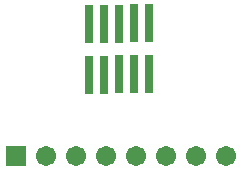
<source format=gbr>
%TF.GenerationSoftware,Novarm,DipTrace,3.2.0.1*%
%TF.CreationDate,2018-02-01T20:33:36-08:00*%
%FSLAX26Y26*%
%MOIN*%
%TF.FileFunction,Soldermask,Top*%
%TF.Part,Single*%
%ADD22R,0.027717X0.126142*%
%ADD24C,0.067087*%
%ADD26R,0.067087X0.067087*%
G75*
G01*
%LPD*%
D26*
X443514Y457516D3*
D24*
X543514D3*
X643514D3*
X743514D3*
X843514D3*
X943514D3*
X1043514D3*
X1143514D3*
D22*
X887803Y900289D3*
X837803Y899501D3*
X788197Y898320D3*
X737803Y897533D3*
X687803Y896745D3*
Y727454D3*
X737803Y728241D3*
X787803Y729423D3*
X837803Y730210D3*
X887803Y730997D3*
M02*

</source>
